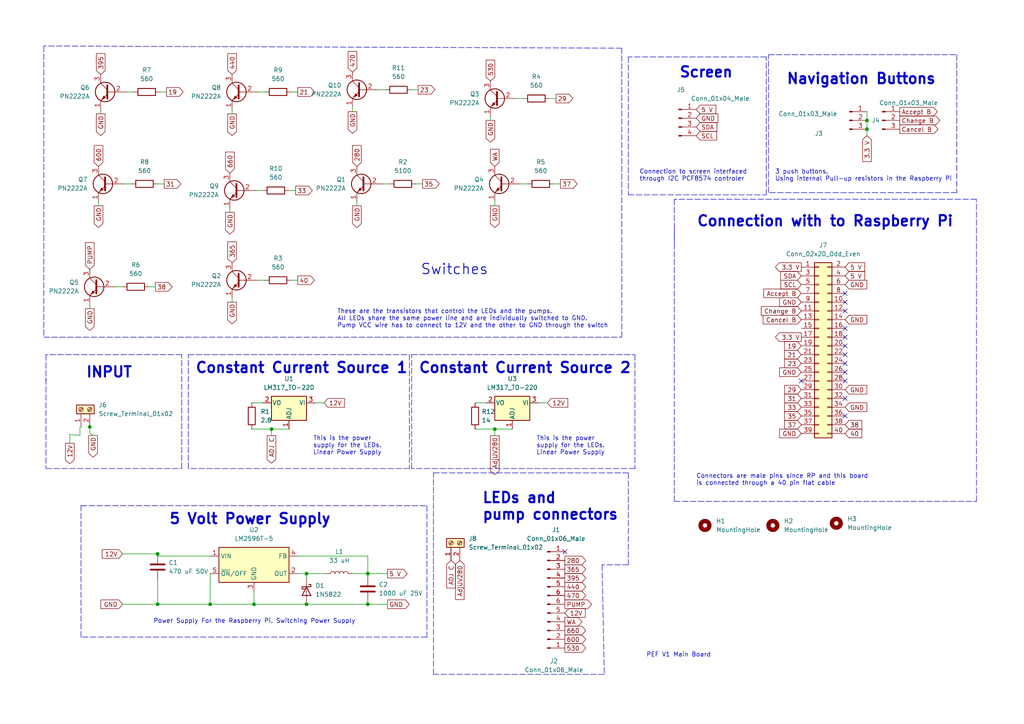
<source format=kicad_sch>
(kicad_sch (version 20250114) (generator "eeschema") (generator_version "9.0")
  (paper "A4")
  (lib_symbols
    (symbol "Connector:Conn_01x03_Male" (pin_names (offset 1.016) (hide yes))
      (property "Reference" "J" (at 0 5.08 0))
      (property "Value" "Conn_01x03_Male" (at 0 -5.08 0))
      (symbol "Conn_01x03_Male_1_1"
        (rectangle (start 0.8636 2.667) (end 0 2.413) (stroke (width 0.1524)) (fill (type outline)))
        (rectangle (start 0.8636 0.127) (end 0 -0.127) (stroke (width 0.1524)) (fill (type outline)))
        (rectangle (start 0.8636 -2.413) (end 0 -2.667) (stroke (width 0.1524)) (fill (type outline)))
        (polyline (pts (xy 1.27 2.54) (xy 0.8636 2.54)) (stroke (width 0.1524)))
        (polyline (pts (xy 1.27 0) (xy 0.8636 0)) (stroke (width 0.1524)))
        (polyline (pts (xy 1.27 -2.54) (xy 0.8636 -2.54)) (stroke (width 0.1524)))
        (pin passive line (at 5.08 2.54 180) (length 3.81) (name "Pin_1") (number "1"))
        (pin passive line (at 5.08 0 180) (length 3.81) (name "Pin_2") (number "2"))
        (pin passive line (at 5.08 -2.54 180) (length 3.81) (name "Pin_3") (number "3"))
      )
    )
    (symbol "Connector:Conn_01x04_Male" (pin_names (offset 1.016) (hide yes))
      (property "Reference" "J" (at 0 5.08 0))
      (property "Value" "Conn_01x04_Male" (at 0 -7.62 0))
      (symbol "Conn_01x04_Male_1_1"
        (rectangle (start 0.8636 2.667) (end 0 2.413) (stroke (width 0.1524)) (fill (type outline)))
        (rectangle (start 0.8636 0.127) (end 0 -0.127) (stroke (width 0.1524)) (fill (type outline)))
        (rectangle (start 0.8636 -2.413) (end 0 -2.667) (stroke (width 0.1524)) (fill (type outline)))
        (rectangle (start 0.8636 -4.953) (end 0 -5.207) (stroke (width 0.1524)) (fill (type outline)))
        (polyline (pts (xy 1.27 2.54) (xy 0.8636 2.54)) (stroke (width 0.1524)))
        (polyline (pts (xy 1.27 0) (xy 0.8636 0)) (stroke (width 0.1524)))
        (polyline (pts (xy 1.27 -2.54) (xy 0.8636 -2.54)) (stroke (width 0.1524)))
        (polyline (pts (xy 1.27 -5.08) (xy 0.8636 -5.08)) (stroke (width 0.1524)))
        (pin passive line (at 5.08 2.54 180) (length 3.81) (name "Pin_1") (number "1"))
        (pin passive line (at 5.08 0 180) (length 3.81) (name "Pin_2") (number "2"))
        (pin passive line (at 5.08 -2.54 180) (length 3.81) (name "Pin_3") (number "3"))
        (pin passive line (at 5.08 -5.08 180) (length 3.81) (name "Pin_4") (number "4"))
      )
    )
    (symbol "Connector:Conn_01x06_Male" (pin_names (offset 1.016) (hide yes))
      (property "Reference" "J" (at 0 7.62 0))
      (property "Value" "Conn_01x06_Male" (at 0 -10.16 0))
      (symbol "Conn_01x06_Male_1_1"
        (rectangle (start 0.8636 5.207) (end 0 4.953) (stroke (width 0.1524)) (fill (type outline)))
        (rectangle (start 0.8636 2.667) (end 0 2.413) (stroke (width 0.1524)) (fill (type outline)))
        (rectangle (start 0.8636 0.127) (end 0 -0.127) (stroke (width 0.1524)) (fill (type outline)))
        (rectangle (start 0.8636 -2.413) (end 0 -2.667) (stroke (width 0.1524)) (fill (type outline)))
        (rectangle (start 0.8636 -4.953) (end 0 -5.207) (stroke (width 0.1524)) (fill (type outline)))
        (rectangle (start 0.8636 -7.493) (end 0 -7.747) (stroke (width 0.1524)) (fill (type outline)))
        (polyline (pts (xy 1.27 5.08) (xy 0.8636 5.08)) (stroke (width 0.1524)))
        (polyline (pts (xy 1.27 2.54) (xy 0.8636 2.54)) (stroke (width 0.1524)))
        (polyline (pts (xy 1.27 0) (xy 0.8636 0)) (stroke (width 0.1524)))
        (polyline (pts (xy 1.27 -2.54) (xy 0.8636 -2.54)) (stroke (width 0.1524)))
        (polyline (pts (xy 1.27 -5.08) (xy 0.8636 -5.08)) (stroke (width 0.1524)))
        (polyline (pts (xy 1.27 -7.62) (xy 0.8636 -7.62)) (stroke (width 0.1524)))
        (pin passive line (at 5.08 5.08 180) (length 3.81) (name "Pin_1") (number "1"))
        (pin passive line (at 5.08 2.54 180) (length 3.81) (name "Pin_2") (number "2"))
        (pin passive line (at 5.08 0 180) (length 3.81) (name "Pin_3") (number "3"))
        (pin passive line (at 5.08 -2.54 180) (length 3.81) (name "Pin_4") (number "4"))
        (pin passive line (at 5.08 -5.08 180) (length 3.81) (name "Pin_5") (number "5"))
        (pin passive line (at 5.08 -7.62 180) (length 3.81) (name "Pin_6") (number "6"))
      )
    )
    (symbol "Connector:Screw_Terminal_01x02" (pin_names (offset 1.016) (hide yes))
      (property "Reference" "J" (at 0 2.54 0))
      (property "Value" "Screw_Terminal_01x02" (at 0 -5.08 0))
      (symbol "Screw_Terminal_01x02_1_1"
        (rectangle (start -1.27 1.27) (end 1.27 -3.81) (stroke (width 0.254)) (fill (type background)))
        (polyline (pts (xy -0.5334 0.3302) (xy 0.3302 -0.508)) (stroke (width 0.1524)))
        (polyline (pts (xy -0.5334 -2.2098) (xy 0.3302 -3.048)) (stroke (width 0.1524)))
        (polyline (pts (xy -0.3556 0.508) (xy 0.508 -0.3302)) (stroke (width 0.1524)))
        (polyline (pts (xy -0.3556 -2.032) (xy 0.508 -2.8702)) (stroke (width 0.1524)))
        (circle (center 0 0) (radius 0.635) (stroke (width 0.1524)))
        (circle (center 0 -2.54) (radius 0.635) (stroke (width 0.1524)))
        (pin passive line (at -5.08 0 0) (length 3.81) (name "Pin_1") (number "1"))
        (pin passive line (at -5.08 -2.54 0) (length 3.81) (name "Pin_2") (number "2"))
      )
    )
    (symbol "Connector_Generic:Conn_02x20_Odd_Even" (pin_names (offset 1.016) (hide yes))
      (property "Reference" "J" (at 1.27 25.4 0))
      (property "Value" "Conn_02x20_Odd_Even" (at 1.27 -27.94 0))
      (symbol "Conn_02x20_Odd_Even_1_1"
        (rectangle (start -1.27 24.13) (end 3.81 -26.67) (stroke (width 0.254)) (fill (type background)))
        (rectangle (start -1.27 22.987) (end 0 22.733) (stroke (width 0.1524)))
        (rectangle (start -1.27 20.447) (end 0 20.193) (stroke (width 0.1524)))
        (rectangle (start -1.27 17.907) (end 0 17.653) (stroke (width 0.1524)))
        (rectangle (start -1.27 15.367) (end 0 15.113) (stroke (width 0.1524)))
        (rectangle (start -1.27 12.827) (end 0 12.573) (stroke (width 0.1524)))
        (rectangle (start -1.27 10.287) (end 0 10.033) (stroke (width 0.1524)))
        (rectangle (start -1.27 7.747) (end 0 7.493) (stroke (width 0.1524)))
        (rectangle (start -1.27 5.207) (end 0 4.953) (stroke (width 0.1524)))
        (rectangle (start -1.27 2.667) (end 0 2.413) (stroke (width 0.1524)))
        (rectangle (start -1.27 0.127) (end 0 -0.127) (stroke (width 0.1524)))
        (rectangle (start -1.27 -2.413) (end 0 -2.667) (stroke (width 0.1524)))
        (rectangle (start -1.27 -4.953) (end 0 -5.207) (stroke (width 0.1524)))
        (rectangle (start -1.27 -7.493) (end 0 -7.747) (stroke (width 0.1524)))
        (rectangle (start -1.27 -10.033) (end 0 -10.287) (stroke (width 0.1524)))
        (rectangle (start -1.27 -12.573) (end 0 -12.827) (stroke (width 0.1524)))
        (rectangle (start -1.27 -15.113) (end 0 -15.367) (stroke (width 0.1524)))
        (rectangle (start -1.27 -17.653) (end 0 -17.907) (stroke (width 0.1524)))
        (rectangle (start -1.27 -20.193) (end 0 -20.447) (stroke (width 0.1524)))
        (rectangle (start -1.27 -22.733) (end 0 -22.987) (stroke (width 0.1524)))
        (rectangle (start -1.27 -25.273) (end 0 -25.527) (stroke (width 0.1524)))
        (rectangle (start 3.81 22.987) (end 2.54 22.733) (stroke (width 0.1524)))
        (rectangle (start 3.81 20.447) (end 2.54 20.193) (stroke (width 0.1524)))
        (rectangle (start 3.81 17.907) (end 2.54 17.653) (stroke (width 0.1524)))
        (rectangle (start 3.81 15.367) (end 2.54 15.113) (stroke (width 0.1524)))
        (rectangle (start 3.81 12.827) (end 2.54 12.573) (stroke (width 0.1524)))
        (rectangle (start 3.81 10.287) (end 2.54 10.033) (stroke (width 0.1524)))
        (rectangle (start 3.81 7.747) (end 2.54 7.493) (stroke (width 0.1524)))
        (rectangle (start 3.81 5.207) (end 2.54 4.953) (stroke (width 0.1524)))
        (rectangle (start 3.81 2.667) (end 2.54 2.413) (stroke (width 0.1524)))
        (rectangle (start 3.81 0.127) (end 2.54 -0.127) (stroke (width 0.1524)))
        (rectangle (start 3.81 -2.413) (end 2.54 -2.667) (stroke (width 0.1524)))
        (rectangle (start 3.81 -4.953) (end 2.54 -5.207) (stroke (width 0.1524)))
        (rectangle (start 3.81 -7.493) (end 2.54 -7.747) (stroke (width 0.1524)))
        (rectangle (start 3.81 -10.033) (end 2.54 -10.287) (stroke (width 0.1524)))
        (rectangle (start 3.81 -12.573) (end 2.54 -12.827) (stroke (width 0.1524)))
        (rectangle (start 3.81 -15.113) (end 2.54 -15.367) (stroke (width 0.1524)))
        (rectangle (start 3.81 -17.653) (end 2.54 -17.907) (stroke (width 0.1524)))
        (rectangle (start 3.81 -20.193) (end 2.54 -20.447) (stroke (width 0.1524)))
        (rectangle (start 3.81 -22.733) (end 2.54 -22.987) (stroke (width 0.1524)))
        (rectangle (start 3.81 -25.273) (end 2.54 -25.527) (stroke (width 0.1524)))
        (pin passive line (at -5.08 22.86 0) (length 3.81) (name "Pin_1") (number "1"))
        (pin passive line (at -5.08 20.32 0) (length 3.81) (name "Pin_3") (number "3"))
        (pin passive line (at -5.08 17.78 0) (length 3.81) (name "Pin_5") (number "5"))
        (pin passive line (at -5.08 15.24 0) (length 3.81) (name "Pin_7") (number "7"))
        (pin passive line (at -5.08 12.7 0) (length 3.81) (name "Pin_9") (number "9"))
        (pin passive line (at -5.08 10.16 0) (length 3.81) (name "Pin_11") (number "11"))
        (pin passive line (at -5.08 7.62 0) (length 3.81) (name "Pin_13") (number "13"))
        (pin passive line (at -5.08 5.08 0) (length 3.81) (name "Pin_15") (number "15"))
        (pin passive line (at -5.08 2.54 0) (length 3.81) (name "Pin_17") (number "17"))
        (pin passive line (at -5.08 0 0) (length 3.81) (name "Pin_19") (number "19"))
        (pin passive line (at -5.08 -2.54 0) (length 3.81) (name "Pin_21") (number "21"))
        (pin passive line (at -5.08 -5.08 0) (length 3.81) (name "Pin_23") (number "23"))
        (pin passive line (at -5.08 -7.62 0) (length 3.81) (name "Pin_25") (number "25"))
        (pin passive line (at -5.08 -10.16 0) (length 3.81) (name "Pin_27") (number "27"))
        (pin passive line (at -5.08 -12.7 0) (length 3.81) (name "Pin_29") (number "29"))
        (pin passive line (at -5.08 -15.24 0) (length 3.81) (name "Pin_31") (number "31"))
        (pin passive line (at -5.08 -17.78 0) (length 3.81) (name "Pin_33") (number "33"))
        (pin passive line (at -5.08 -20.32 0) (length 3.81) (name "Pin_35") (number "35"))
        (pin passive line (at -5.08 -22.86 0) (length 3.81) (name "Pin_37") (number "37"))
        (pin passive line (at -5.08 -25.4 0) (length 3.81) (name "Pin_39") (number "39"))
        (pin passive line (at 7.62 22.86 180) (length 3.81) (name "Pin_2") (number "2"))
        (pin passive line (at 7.62 20.32 180) (length 3.81) (name "Pin_4") (number "4"))
        (pin passive line (at 7.62 17.78 180) (length 3.81) (name "Pin_6") (number "6"))
        (pin passive line (at 7.62 15.24 180) (length 3.81) (name "Pin_8") (number "8"))
        (pin passive line (at 7.62 12.7 180) (length 3.81) (name "Pin_10") (number "10"))
        (pin passive line (at 7.62 10.16 180) (length 3.81) (name "Pin_12") (number "12"))
        (pin passive line (at 7.62 7.62 180) (length 3.81) (name "Pin_14") (number "14"))
        (pin passive line (at 7.62 5.08 180) (length 3.81) (name "Pin_16") (number "16"))
        (pin passive line (at 7.62 2.54 180) (length 3.81) (name "Pin_18") (number "18"))
        (pin passive line (at 7.62 0 180) (length 3.81) (name "Pin_20") (number "20"))
        (pin passive line (at 7.62 -2.54 180) (length 3.81) (name "Pin_22") (number "22"))
        (pin passive line (at 7.62 -5.08 180) (length 3.81) (name "Pin_24") (number "24"))
        (pin passive line (at 7.62 -7.62 180) (length 3.81) (name "Pin_26") (number "26"))
        (pin passive line (at 7.62 -10.16 180) (length 3.81) (name "Pin_28") (number "28"))
        (pin passive line (at 7.62 -12.7 180) (length 3.81) (name "Pin_30") (number "30"))
        (pin passive line (at 7.62 -15.24 180) (length 3.81) (name "Pin_32") (number "32"))
        (pin passive line (at 7.62 -17.78 180) (length 3.81) (name "Pin_34") (number "34"))
        (pin passive line (at 7.62 -20.32 180) (length 3.81) (name "Pin_36") (number "36"))
        (pin passive line (at 7.62 -22.86 180) (length 3.81) (name "Pin_38") (number "38"))
        (pin passive line (at 7.62 -25.4 180) (length 3.81) (name "Pin_40") (number "40"))
      )
    )
    (symbol "Device:C" (pin_numbers (hide yes)) (pin_names (offset 0.254))
      (property "Reference" "C" (at 0.635 2.54 0))
      (property "Value" "C" (at 0.635 -2.54 0))
      (symbol "C_0_1"
        (polyline (pts (xy -2.032 0.762) (xy 2.032 0.762)) (stroke (width 0.508)))
        (polyline (pts (xy -2.032 -0.762) (xy 2.032 -0.762)) (stroke (width 0.508)))
      )
      (symbol "C_1_1"
        (pin passive line (at 0 3.81 270) (length 2.794) (name "~") (number "1"))
        (pin passive line (at 0 -3.81 90) (length 2.794) (name "~") (number "2"))
      )
    )
    (symbol "Device:L" (pin_numbers (hide yes)) (pin_names (offset 1.016) (hide yes))
      (property "Reference" "L" (at -1.27 0 90))
      (property "Value" "L" (at 1.905 0 90))
      (symbol "L_0_1"
        (arc (start 0 2.54) (mid 0.6323 1.905) (end 0 1.27))
        (arc (start 0 1.27) (mid 0.6323 0.635) (end 0 0))
        (arc (start 0 0) (mid 0.6323 -0.635) (end 0 -1.27))
        (arc (start 0 -1.27) (mid 0.6323 -1.905) (end 0 -2.54))
      )
      (symbol "L_1_1"
        (pin passive line (at 0 3.81 270) (length 1.27) (name "1") (number "1"))
        (pin passive line (at 0 -3.81 90) (length 1.27) (name "2") (number "2"))
      )
    )
    (symbol "Device:R" (pin_numbers (hide yes)) (pin_names (offset 0))
      (property "Reference" "R" (at 2.032 0 90))
      (property "Value" "R" (at 0 0 90))
      (symbol "R_0_1"
        (rectangle (start -1.016 -2.54) (end 1.016 2.54) (stroke (width 0.254)))
      )
      (symbol "R_1_1"
        (pin passive line (at 0 3.81 270) (length 1.27) (name "~") (number "1"))
        (pin passive line (at 0 -3.81 90) (length 1.27) (name "~") (number "2"))
      )
    )
    (symbol "Diode:1N5822" (pin_numbers (hide yes)) (pin_names (offset 1.016) (hide yes))
      (property "Reference" "D" (at 0 2.54 0))
      (property "Value" "1N5822" (at 0 -2.54 0))
      (symbol "1N5822_0_1"
        (polyline (pts (xy -1.905 0.635) (xy -1.905 1.27) (xy -1.27 1.27) (xy -1.27 -1.27) (xy -0.635 -1.27) (xy -0.635 -0.635)) (stroke (width 0.254)))
        (polyline (pts (xy 1.27 1.27) (xy 1.27 -1.27) (xy -1.27 0) (xy 1.27 1.27)) (stroke (width 0.254)))
        (polyline (pts (xy 1.27 0) (xy -1.27 0)))
      )
      (symbol "1N5822_1_1"
        (pin passive line (at -3.81 0 0) (length 2.54) (name "K") (number "1"))
        (pin passive line (at 3.81 0 180) (length 2.54) (name "A") (number "2"))
      )
    )
    (symbol "Mechanical:MountingHole" (pin_names (offset 1.016))
      (property "Reference" "H" (at 0 5.08 0))
      (property "Value" "MountingHole" (at 0 3.175 0))
      (symbol "MountingHole_0_1"
        (circle (center 0 0) (radius 1.27) (stroke (width 1.27)))
      )
    )
    (symbol "Regulator_Linear:LM317_TO-220" (pin_names (offset 0.254))
      (property "Reference" "U" (at -3.81 3.175 0))
      (property "Value" "LM317_TO-220" (at 0 3.175 0))
      (symbol "LM317_TO-220_0_1"
        (rectangle (start -5.08 1.905) (end 5.08 -5.08) (stroke (width 0.254)) (fill (type background)))
      )
      (symbol "LM317_TO-220_1_1"
        (pin power_in line (at -7.62 0 0) (length 2.54) (name "VI") (number "3"))
        (pin input line (at 0 -7.62 90) (length 2.54) (name "ADJ") (number "1"))
        (pin power_out line (at 7.62 0 180) (length 2.54) (name "VO") (number "2"))
      )
    )
    (symbol "Regulator_Switching:LM2596T-5"
      (property "Reference" "U" (at -10.16 6.35 0))
      (property "Value" "LM2596T-5" (at 0 6.35 0))
      (symbol "LM2596T-5_0_1"
        (rectangle (start -10.16 5.08) (end 10.16 -5.08) (stroke (width 0.254)) (fill (type background)))
      )
      (symbol "LM2596T-5_1_1"
        (pin power_in line (at -12.7 2.54 0) (length 2.54) (name "VIN") (number "1"))
        (pin input line (at -12.7 -2.54 0) (length 2.54) (name "~{ON}/OFF") (number "5"))
        (pin power_in line (at 0 -7.62 90) (length 2.54) (name "GND") (number "3"))
        (pin input line (at 12.7 2.54 180) (length 2.54) (name "FB") (number "4"))
        (pin output line (at 12.7 -2.54 180) (length 2.54) (name "OUT") (number "2"))
      )
    )
    (symbol "Transistor_BJT:PN2222A" (pin_names (offset 0) (hide yes))
      (property "Reference" "Q" (at 5.08 1.905 0))
      (property "Value" "PN2222A" (at 5.08 0 0))
      (symbol "PN2222A_0_1"
        (polyline (pts (xy 0 0) (xy 0.635 0)))
        (polyline (pts (xy 0.635 1.905) (xy 0.635 -1.905) (xy 0.635 -1.905)) (stroke (width 0.508)))
        (polyline (pts (xy 1.143 -1.651) (xy 1.651 -1.143) (xy 2.159 -2.159) (xy 1.143 -1.651) (xy 1.143 -1.651)) (fill (type outline)))
        (circle (center 1.27 0) (radius 2.8194) (stroke (width 0.254)))
        (polyline (pts (xy 2.413 -2.413) (xy 1.905 -1.905) (xy 1.905 -1.905)))
        (polyline (pts (xy 2.54 2.54) (xy 0.635 0.635)))
        (polyline (pts (xy 2.54 -2.54) (xy 0.635 -0.635)))
      )
      (symbol "PN2222A_1_1"
        (pin input line (at -5.08 0 0) (length 5.08) (name "B") (number "2"))
        (pin passive line (at 2.54 5.08 270) (length 2.54) (name "C") (number "3"))
        (pin passive line (at 2.54 -5.08 90) (length 2.54) (name "E") (number "1"))
      )
    )
  )
  (text "PEF V1 Main Board" (at 196.85 189.992 0) (effects (font (size 1.27 1.27))))
  (text "Constant Current Source 1" (at 56.515 108.585 0) (effects (font (size 3 3) (thickness 0.6) (bold yes)) (justify left bottom)))
  (text "LEDs and \npump connectors" (at 139.7 151.13 0) (effects (font (size 3 3) (thickness 0.6) (bold yes)) (justify left bottom)))
  (text "Connection with to Raspberry Pi" (at 201.93 66.04 0) (effects (font (size 3 3) (thickness 0.6) (bold yes)) (justify left bottom)))
  (text "Power Supply For the Raspberry Pi. Switching Power Supply" (at 44.45 180.975 0) (effects (font (size 1.27 1.27)) (justify left bottom)))
  (text "5 Volt Power Supply" (at 48.895 152.4 0) (effects (font (size 3 3) (thickness 0.6) (bold yes)) (justify left bottom)))
  (text "Constant Current Source 2\n" (at 121.285 108.585 0) (effects (font (size 3 3) (thickness 0.6) (bold yes)) (justify left bottom)))
  (text "Screen" (at 196.85 22.86 0) (effects (font (size 3 3) (bold yes)) (justify left bottom)))
  (text "Connection to screen interfaced \nthrough I2C PCF8574 controler" (at 185.42 52.705 0) (effects (font (size 1.27 1.27)) (justify left bottom)))
  (text "3 push buttons. \nUsing internal Pull-up resistors in the Raspberry Pi" (at 224.79 52.705 0) (effects (font (size 1.27 1.27)) (justify left bottom)))
  (text "INPUT" (at 24.765 109.855 0) (effects (font (size 3 3) (bold yes)) (justify left bottom)))
  (text "These are the transistors that control the LEDs and the pumps.\nAll LEDs share the same power line and are individually switched to GND.\nPump VCC wire has to connect to 12V and the other to GND through the switch" (at 97.79 95.25 0) (effects (font (size 1.27 1.27)) (justify left bottom)))
  (text "Connectors are male pins since RP and this board\nis connected through a 40 pin flat cable" (at 201.93 140.97 0) (effects (font (size 1.27 1.27)) (justify left bottom)))
  (text "Switches" (at 121.92 80.01 0) (effects (font (size 3 3) (thickness 0.254) (bold yes)) (justify left bottom)))
  (text "Navigation Buttons" (at 227.965 24.765 0) (effects (font (size 3 3) (bold yes)) (justify left bottom)))
  (text "This is the power\nsupply for the LEDs.\nLinear Power Supply" (at 155.575 132.08 0) (effects (font (size 1.27 1.27)) (justify left bottom)))
  (text "This is the power\nsupply for the LEDs.\nLinear Power Supply" (at 90.805 132.08 0) (effects (font (size 1.27 1.27)) (justify left bottom)))
  (junction (at 106.68 175.26))
  (junction (at 143.51 124.46))
  (junction (at 26.035 123.825))
  (junction (at 78.74 124.46))
  (junction (at 45.72 175.26))
  (junction (at 45.72 160.655))
  (junction (at 73.66 175.26))
  (junction (at 88.9 166.37))
  (junction (at 60.96 175.26))
  (junction (at 106.68 166.37))
  (junction (at 251.46 34.925))
  (junction (at 88.9 175.26))
  (junction (at 251.46 37.465))
  (no_connect (at 245.11 100.33))
  (no_connect (at 245.11 105.41))
  (no_connect (at 245.11 107.95))
  (no_connect (at 245.11 110.49))
  (no_connect (at 245.11 115.57))
  (no_connect (at 245.11 120.65))
  (no_connect (at 245.11 102.87))
  (no_connect (at 232.41 110.49))
  (no_connect (at 163.83 160.02))
  (no_connect (at 245.11 85.09))
  (no_connect (at 245.11 87.63))
  (no_connect (at 245.11 90.17))
  (no_connect (at 245.11 95.25))
  (no_connect (at 245.11 97.79))
  (polyline (pts (xy 277.495 55.88) (xy 222.885 55.88)) (stroke (width 0) (type dash)))
  (wire (pts (xy 160.655 53.34) (xy 162.56 53.34)))
  (wire (pts (xy 66.675 60.325) (xy 66.675 61.595)))
  (polyline (pts (xy 180.34 13.97) (xy 12.7 13.335)) (stroke (width 0) (type dash)))
  (wire (pts (xy 73.025 116.84) (xy 76.2 116.84)))
  (polyline (pts (xy 182.245 16.51) (xy 182.245 56.515)) (stroke (width 0) (type dash)))
  (wire (pts (xy 73.66 175.26) (xy 88.9 175.26)))
  (polyline (pts (xy 195.58 57.785) (xy 195.58 70.485)) (stroke (width 0) (type dash)))
  (wire (pts (xy 23.1902 124.0282) (xy 23.495 123.825)))
  (polyline (pts (xy 52.705 135.89) (xy 52.705 102.87)) (stroke (width 0) (type dash)))
  (wire (pts (xy 67.31 31.75) (xy 67.31 33.02)))
  (polyline (pts (xy 118.745 102.87) (xy 118.745 135.89)) (stroke (width 0) (type dash)))
  (wire (pts (xy 106.68 166.37) (xy 106.68 167.005)))
  (polyline (pts (xy 222.25 16.51) (xy 182.245 16.51)) (stroke (width 0) (type dash)))
  (polyline (pts (xy 12.7 97.79) (xy 180.34 97.79)) (stroke (width 0) (type dash)))
  (wire (pts (xy 36.83 26.67) (xy 38.735 26.67)))
  (polyline (pts (xy 182.245 56.515) (xy 222.25 56.515)) (stroke (width 0) (type dash)))
  (wire (pts (xy 78.74 124.46) (xy 78.74 126.365)))
  (polyline (pts (xy 222.885 55.88) (xy 222.885 15.875)) (stroke (width 0) (type dash)))
  (polyline (pts (xy 180.34 97.79) (xy 180.34 13.97)) (stroke (width 0) (type dash)))
  (wire (pts (xy 74.93 26.67) (xy 76.835 26.67)))
  (wire (pts (xy 84.455 81.28) (xy 86.36 81.28)))
  (wire (pts (xy 143.51 124.46) (xy 148.59 124.46)))
  (wire (pts (xy 78.74 124.46) (xy 83.82 124.46)))
  (wire (pts (xy 84.455 26.67) (xy 86.36 26.67)))
  (wire (pts (xy 106.68 166.37) (xy 112.395 166.37)))
  (polyline (pts (xy 182.245 137.16) (xy 182.245 163.83)) (stroke (width 0) (type dash)))
  (wire (pts (xy 60.96 175.26) (xy 73.66 175.26)))
  (wire (pts (xy 45.72 168.275) (xy 45.72 175.26)))
  (wire (pts (xy 45.72 175.26) (xy 60.96 175.26)))
  (polyline (pts (xy 195.58 145.415) (xy 283.21 145.415)) (stroke (width 0) (type dash)))
  (polyline (pts (xy 182.245 163.83) (xy 174.625 163.83)) (stroke (width 0) (type dash)))
  (polyline (pts (xy 54.61 135.89) (xy 54.61 102.87)) (stroke (width 0) (type dash)))
  (wire (pts (xy 103.505 58.42) (xy 103.505 59.69)))
  (wire (pts (xy 35.56 160.655) (xy 45.72 160.655)))
  (wire (pts (xy 23.1902 126.2634) (xy 20.2692 126.0094)))
  (wire (pts (xy 88.9 175.26) (xy 106.68 175.26)))
  (polyline (pts (xy 52.705 102.87) (xy 13.335 102.87)) (stroke (width 0) (type dash)))
  (wire (pts (xy 251.46 32.385) (xy 251.46 34.925)))
  (polyline (pts (xy 283.21 145.415) (xy 283.21 57.785)) (stroke (width 0) (type dash)))
  (polyline (pts (xy 118.745 135.89) (xy 54.61 135.89)) (stroke (width 0) (type dash)))
  (polyline (pts (xy 184.15 135.89) (xy 119.38 135.89)) (stroke (width 0) (type dash)))
  (wire (pts (xy 26.035 123.825) (xy 26.035 125.5776)))
  (wire (pts (xy 60.96 161.29) (xy 45.72 161.29)))
  (wire (pts (xy 111.125 53.34) (xy 113.03 53.34)))
  (wire (pts (xy 43.18 83.185) (xy 45.085 83.185)))
  (wire (pts (xy 143.51 124.46) (xy 143.51 126.365)))
  (wire (pts (xy 74.93 81.28) (xy 76.835 81.28)))
  (polyline (pts (xy 54.61 102.87) (xy 118.745 102.87)) (stroke (width 0) (type dash)))
  (wire (pts (xy 143.51 58.42) (xy 143.51 59.69)))
  (wire (pts (xy 28.575 58.42) (xy 28.575 59.69)))
  (wire (pts (xy 45.72 53.34) (xy 47.625 53.34)))
  (polyline (pts (xy 13.335 102.87) (xy 13.335 110.49)) (stroke (width 0) (type dash)))
  (wire (pts (xy 29.21 31.75) (xy 29.21 33.02)))
  (wire (pts (xy 109.855 26.035) (xy 111.76 26.035)))
  (polyline (pts (xy 283.21 57.785) (xy 195.58 57.785)) (stroke (width 0) (type dash)))
  (polyline (pts (xy 119.38 135.89) (xy 119.38 102.87)) (stroke (width 0) (type dash)))
  (wire (pts (xy 73.025 124.46) (xy 78.74 124.46)))
  (wire (pts (xy 88.9 166.37) (xy 94.615 166.37)))
  (wire (pts (xy 26.035 125.5776) (xy 27.0002 126.2888)))
  (wire (pts (xy 137.795 124.46) (xy 143.51 124.46)))
  (polyline (pts (xy 174.625 163.83) (xy 175.26 195.58)) (stroke (width 0) (type dash)))
  (wire (pts (xy 26.035 123.7742) (xy 26.035 123.825)))
  (polyline (pts (xy 123.825 184.785) (xy 23.495 184.785)) (stroke (width 0) (type dash)))
  (wire (pts (xy 119.38 26.035) (xy 121.285 26.035)))
  (wire (pts (xy 67.31 86.36) (xy 67.31 87.63)))
  (polyline (pts (xy 12.7 13.335) (xy 12.7 97.79)) (stroke (width 0) (type dash)))
  (wire (pts (xy 106.68 175.26) (xy 112.395 175.26)))
  (wire (pts (xy 35.56 175.26) (xy 45.72 175.26)))
  (wire (pts (xy 159.385 28.575) (xy 161.29 28.575)))
  (wire (pts (xy 86.36 166.37) (xy 88.9 166.37)))
  (polyline (pts (xy 222.885 15.875) (xy 277.495 15.875)) (stroke (width 0) (type dash)))
  (wire (pts (xy 23.1902 124.0282) (xy 23.1902 126.2634)))
  (wire (pts (xy 74.295 55.245) (xy 76.2 55.245)))
  (polyline (pts (xy 195.58 66.04) (xy 195.58 145.415)) (stroke (width 0) (type dash)))
  (wire (pts (xy 149.86 28.575) (xy 151.765 28.575)))
  (polyline (pts (xy 125.73 137.16) (xy 182.245 137.16)) (stroke (width 0) (type dash)))
  (polyline (pts (xy 13.335 109.855) (xy 13.335 135.89)) (stroke (width 0) (type dash)))
  (wire (pts (xy 60.96 166.37) (xy 60.96 175.26)))
  (wire (pts (xy 106.68 161.29) (xy 86.36 161.29)))
  (polyline (pts (xy 23.495 146.685) (xy 25.4 146.685)) (stroke (width 0) (type dash)))
  (wire (pts (xy 33.655 83.185) (xy 35.56 83.185)))
  (polyline (pts (xy 13.335 135.89) (xy 52.705 135.89)) (stroke (width 0) (type dash)))
  (polyline (pts (xy 23.495 184.785) (xy 23.495 146.685)) (stroke (width 0) (type dash)))
  (wire (pts (xy 120.65 53.34) (xy 122.555 53.34)))
  (wire (pts (xy 151.13 53.34) (xy 153.035 53.34)))
  (polyline (pts (xy 23.495 146.685) (xy 123.825 146.685)) (stroke (width 0) (type dash)))
  (polyline (pts (xy 119.38 102.87) (xy 184.15 102.87)) (stroke (width 0) (type dash)))
  (wire (pts (xy 251.46 37.465) (xy 251.46 39.37)))
  (polyline (pts (xy 123.825 146.685) (xy 123.825 184.785)) (stroke (width 0) (type dash)))
  (wire (pts (xy 45.72 161.29) (xy 45.72 160.655)))
  (wire (pts (xy 20.2692 126.0094) (xy 20.2438 128.5748)))
  (polyline (pts (xy 125.73 195.58) (xy 125.73 137.16)) (stroke (width 0) (type dash)))
  (wire (pts (xy 102.235 31.115) (xy 102.235 32.385)))
  (wire (pts (xy 46.355 26.67) (xy 48.26 26.67)))
  (wire (pts (xy 88.9 167.64) (xy 88.9 166.37)))
  (wire (pts (xy 106.68 161.29) (xy 106.68 166.37)))
  (polyline (pts (xy 277.495 15.875) (xy 277.495 55.88)) (stroke (width 0) (type dash)))
  (polyline (pts (xy 184.15 102.87) (xy 184.15 135.89)) (stroke (width 0) (type dash)))
  (wire (pts (xy 36.195 53.34) (xy 38.1 53.34)))
  (polyline (pts (xy 175.26 195.58) (xy 125.73 195.58)) (stroke (width 0) (type dash)))
  (wire (pts (xy 102.235 166.37) (xy 106.68 166.37)))
  (wire (pts (xy 137.795 116.84) (xy 140.97 116.84)))
  (wire (pts (xy 156.21 116.84) (xy 158.75 116.84)))
  (wire (pts (xy 83.82 55.245) (xy 85.725 55.245)))
  (wire (pts (xy 26.035 88.265) (xy 26.035 89.535)))
  (wire (pts (xy 73.66 171.45) (xy 73.66 175.26)))
  (wire (pts (xy 106.68 174.625) (xy 106.68 175.26)))
  (polyline (pts (xy 222.25 56.515) (xy 222.25 16.51)) (stroke (width 0) (type dash)))
  (wire (pts (xy 91.44 116.84) (xy 93.98 116.84)))
  (wire (pts (xy 142.24 33.655) (xy 142.24 34.925)))
  (wire (pts (xy 251.46 34.925) (xy 251.46 37.465)))
  (global_label "280" (shape output) (at 163.83 162.56 0) (property "Intersheetrefs" "${INTERSHEET_REFS}" (effects (hide yes))))
  (global_label "19" (shape input) (at 232.41 100.33 180) (property "Intersheetrefs" "${INTERSHEET_REFS}" (effects (hide yes))))
  (global_label "Change B" (shape output) (at 260.985 34.925 0) (property "Intersheetrefs" "${INTERSHEET_REFS}" (effects (hide yes))))
  (global_label "5 V" (shape input) (at 201.93 31.75 0) (property "Intersheetrefs" "${INTERSHEET_REFS}" (effects (hide yes))))
  (global_label "GND" (shape input) (at 245.11 118.11 0) (property "Intersheetrefs" "${INTERSHEET_REFS}" (effects (hide yes))))
  (global_label "600" (shape input) (at 28.575 48.26 90) (property "Intersheetrefs" "${INTERSHEET_REFS}" (effects (hide yes))))
  (global_label "Cancel B" (shape input) (at 232.41 92.71 180) (property "Intersheetrefs" "${INTERSHEET_REFS}" (effects (hide yes))))
  (global_label "37" (shape output) (at 162.56 53.34 0) (property "Intersheetrefs" "${INTERSHEET_REFS}" (effects (hide yes))))
  (global_label "530" (shape input) (at 142.24 23.495 90) (property "Intersheetrefs" "${INTERSHEET_REFS}" (effects (hide yes))))
  (global_label "GND" (shape output) (at 29.21 33.02 270) (property "Intersheetrefs" "${INTERSHEET_REFS}" (effects (hide yes))))
  (global_label "5 V" (shape output) (at 112.395 166.37 0) (property "Intersheetrefs" "${INTERSHEET_REFS}" (effects (hide yes))))
  (global_label "38" (shape output) (at 45.085 83.185 0) (property "Intersheetrefs" "${INTERSHEET_REFS}" (effects (hide yes))))
  (global_label "GND" (shape output) (at 67.31 87.63 270) (property "Intersheetrefs" "${INTERSHEET_REFS}" (effects (hide yes))))
  (global_label "GND" (shape output) (at 102.235 32.385 270) (property "Intersheetrefs" "${INTERSHEET_REFS}" (effects (hide yes))))
  (global_label "40" (shape input) (at 245.11 125.73 0) (property "Intersheetrefs" "${INTERSHEET_REFS}" (effects (hide yes))))
  (global_label "395" (shape input) (at 29.21 21.59 90) (property "Intersheetrefs" "${INTERSHEET_REFS}" (effects (hide yes))))
  (global_label "31" (shape input) (at 232.41 115.57 180) (property "Intersheetrefs" "${INTERSHEET_REFS}" (effects (hide yes))))
  (global_label "Accept B" (shape output) (at 260.985 32.385 0) (property "Intersheetrefs" "${INTERSHEET_REFS}" (effects (hide yes))))
  (global_label "GND" (shape input) (at 232.41 107.95 180) (property "Intersheetrefs" "${INTERSHEET_REFS}" (effects (hide yes))))
  (global_label "21" (shape input) (at 232.41 102.87 180) (property "Intersheetrefs" "${INTERSHEET_REFS}" (effects (hide yes))))
  (global_label "GND" (shape output) (at 27.0002 126.2888 270) (property "Intersheetrefs" "${INTERSHEET_REFS}" (effects (hide yes))))
  (global_label "5 V" (shape input) (at 245.11 80.01 0) (property "Intersheetrefs" "${INTERSHEET_REFS}" (effects (hide yes))))
  (global_label "40" (shape output) (at 86.36 81.28 0) (property "Intersheetrefs" "${INTERSHEET_REFS}" (effects (hide yes))))
  (global_label "SDA" (shape input) (at 201.93 36.83 0) (property "Intersheetrefs" "${INTERSHEET_REFS}" (effects (hide yes))))
  (global_label "29" (shape input) (at 232.41 113.03 180) (property "Intersheetrefs" "${INTERSHEET_REFS}" (effects (hide yes))))
  (global_label "AdjUV280" (shape input) (at 133.35 162.56 270) (property "Intersheetrefs" "${INTERSHEET_REFS}" (effects (hide yes))))
  (global_label "12V" (shape input) (at 35.56 160.655 180) (property "Intersheetrefs" "${INTERSHEET_REFS}" (effects (hide yes))))
  (global_label "660" (shape output) (at 163.83 182.88 0) (property "Intersheetrefs" "${INTERSHEET_REFS}" (effects (hide yes))))
  (global_label "3.3 V" (shape input) (at 251.46 39.37 270) (property "Intersheetrefs" "${INTERSHEET_REFS}" (effects (hide yes))))
  (global_label "12V" (shape output) (at 20.2438 128.5748 270) (property "Intersheetrefs" "${INTERSHEET_REFS}" (effects (hide yes))))
  (global_label "600" (shape output) (at 163.83 185.42 0) (property "Intersheetrefs" "${INTERSHEET_REFS}" (effects (hide yes))))
  (global_label "GND" (shape output) (at 67.31 33.02 270) (property "Intersheetrefs" "${INTERSHEET_REFS}" (effects (hide yes))))
  (global_label "19" (shape output) (at 48.26 26.67 0) (property "Intersheetrefs" "${INTERSHEET_REFS}" (effects (hide yes))))
  (global_label "ADJ C" (shape output) (at 78.74 126.365 270) (property "Intersheetrefs" "${INTERSHEET_REFS}" (effects (hide yes))))
  (global_label "440" (shape output) (at 163.83 170.18 0) (property "Intersheetrefs" "${INTERSHEET_REFS}" (effects (hide yes))))
  (global_label "Accept B" (shape input) (at 232.41 85.09 180) (property "Intersheetrefs" "${INTERSHEET_REFS}" (effects (hide yes))))
  (global_label "470" (shape output) (at 163.83 172.72 0) (property "Intersheetrefs" "${INTERSHEET_REFS}" (effects (hide yes))))
  (global_label "SCL" (shape input) (at 201.93 39.37 0) (property "Intersheetrefs" "${INTERSHEET_REFS}" (effects (hide yes))))
  (global_label "GND" (shape input) (at 245.11 82.55 0) (property "Intersheetrefs" "${INTERSHEET_REFS}" (effects (hide yes))))
  (global_label "365" (shape input) (at 67.31 76.2 90) (property "Intersheetrefs" "${INTERSHEET_REFS}" (effects (hide yes))))
  (global_label "GND" (shape output) (at 143.51 59.69 270) (property "Intersheetrefs" "${INTERSHEET_REFS}" (effects (hide yes))))
  (global_label "3.3 V" (shape output) (at 232.41 97.79 180) (property "Intersheetrefs" "${INTERSHEET_REFS}" (effects (hide yes))))
  (global_label "SCL" (shape input) (at 232.41 82.55 180) (property "Intersheetrefs" "${INTERSHEET_REFS}" (effects (hide yes))))
  (global_label "35" (shape input) (at 232.41 120.65 180) (property "Intersheetrefs" "${INTERSHEET_REFS}" (effects (hide yes))))
  (global_label "AdjUV280" (shape output) (at 143.51 126.365 270) (property "Intersheetrefs" "${INTERSHEET_REFS}" (effects (hide yes))))
  (global_label "GND" (shape input) (at 232.41 125.73 180) (property "Intersheetrefs" "${INTERSHEET_REFS}" (effects (hide yes))))
  (global_label "33" (shape output) (at 85.725 55.245 0) (property "Intersheetrefs" "${INTERSHEET_REFS}" (effects (hide yes))))
  (global_label "12V" (shape input) (at 158.75 116.84 0) (property "Intersheetrefs" "${INTERSHEET_REFS}" (effects (hide yes))))
  (global_label "530" (shape output) (at 163.83 187.96 0) (property "Intersheetrefs" "${INTERSHEET_REFS}" (effects (hide yes))))
  (global_label "29" (shape output) (at 161.29 28.575 0) (property "Intersheetrefs" "${INTERSHEET_REFS}" (effects (hide yes))))
  (global_label "31" (shape output) (at 47.625 53.34 0) (property "Intersheetrefs" "${INTERSHEET_REFS}" (effects (hide yes))))
  (global_label "33" (shape input) (at 232.41 118.11 180) (property "Intersheetrefs" "${INTERSHEET_REFS}" (effects (hide yes))))
  (global_label "38" (shape input) (at 245.11 123.19 0) (property "Intersheetrefs" "${INTERSHEET_REFS}" (effects (hide yes))))
  (global_label "PUMP" (shape output) (at 163.83 175.26 0) (property "Intersheetrefs" "${INTERSHEET_REFS}" (effects (hide yes))))
  (global_label "Cancel B" (shape output) (at 260.985 37.465 0) (property "Intersheetrefs" "${INTERSHEET_REFS}" (effects (hide yes))))
  (global_label "WA" (shape input) (at 143.51 48.26 90) (property "Intersheetrefs" "${INTERSHEET_REFS}" (effects (hide yes))))
  (global_label "GND" (shape input) (at 232.41 87.63 180) (property "Intersheetrefs" "${INTERSHEET_REFS}" (effects (hide yes))))
  (global_label "23" (shape input) (at 232.41 105.41 180) (property "Intersheetrefs" "${INTERSHEET_REFS}" (effects (hide yes))))
  (global_label "WA" (shape output) (at 163.83 180.34 0) (property "Intersheetrefs" "${INTERSHEET_REFS}" (effects (hide yes))))
  (global_label "280" (shape input) (at 103.505 48.26 90) (property "Intersheetrefs" "${INTERSHEET_REFS}" (effects (hide yes))))
  (global_label "GND" (shape input) (at 245.11 92.71 0) (property "Intersheetrefs" "${INTERSHEET_REFS}" (effects (hide yes))))
  (global_label "PUMP" (shape input) (at 26.035 78.105 90) (property "Intersheetrefs" "${INTERSHEET_REFS}" (effects (hide yes))))
  (global_label "GND" (shape input) (at 201.93 34.29 0) (property "Intersheetrefs" "${INTERSHEET_REFS}" (effects (hide yes))))
  (global_label "GND" (shape output) (at 142.24 34.925 270) (property "Intersheetrefs" "${INTERSHEET_REFS}" (effects (hide yes))))
  (global_label "GND" (shape output) (at 26.035 89.535 270) (property "Intersheetrefs" "${INTERSHEET_REFS}" (effects (hide yes))))
  (global_label "ADJ C" (shape input) (at 130.81 162.56 270) (property "Intersheetrefs" "${INTERSHEET_REFS}" (effects (hide yes))))
  (global_label "470" (shape input) (at 102.235 20.955 90) (property "Intersheetrefs" "${INTERSHEET_REFS}" (effects (hide yes))))
  (global_label "23" (shape output) (at 121.285 26.035 0) (property "Intersheetrefs" "${INTERSHEET_REFS}" (effects (hide yes))))
  (global_label "Change B" (shape input) (at 232.41 90.17 180) (property "Intersheetrefs" "${INTERSHEET_REFS}" (effects (hide yes))))
  (global_label "GND" (shape output) (at 103.505 59.69 270) (property "Intersheetrefs" "${INTERSHEET_REFS}" (effects (hide yes))))
  (global_label "GND" (shape output) (at 66.675 61.595 270) (property "Intersheetrefs" "${INTERSHEET_REFS}" (effects (hide yes))))
  (global_label "395" (shape output) (at 163.83 167.64 0) (property "Intersheetrefs" "${INTERSHEET_REFS}" (effects (hide yes))))
  (global_label "GND" (shape output) (at 112.395 175.26 0) (property "Intersheetrefs" "${INTERSHEET_REFS}" (effects (hide yes))))
  (global_label "35" (shape output) (at 122.555 53.34 0) (property "Intersheetrefs" "${INTERSHEET_REFS}" (effects (hide yes))))
  (global_label "37" (shape input) (at 232.41 123.19 180) (property "Intersheetrefs" "${INTERSHEET_REFS}" (effects (hide yes))))
  (global_label "SDA" (shape input) (at 232.41 80.01 180) (property "Intersheetrefs" "${INTERSHEET_REFS}" (effects (hide yes))))
  (global_label "12V" (shape input) (at 93.98 116.84 0) (property "Intersheetrefs" "${INTERSHEET_REFS}" (effects (hide yes))))
  (global_label "12V" (shape input) (at 163.83 177.8 0) (property "Intersheetrefs" "${INTERSHEET_REFS}" (effects (hide yes))))
  (global_label "3.3 V" (shape output) (at 232.41 77.47 180) (property "Intersheetrefs" "${INTERSHEET_REFS}" (effects (hide yes))))
  (global_label "5 V" (shape input) (at 245.11 77.47 0) (property "Intersheetrefs" "${INTERSHEET_REFS}" (effects (hide yes))))
  (global_label "660" (shape input) (at 66.675 50.165 90) (property "Intersheetrefs" "${INTERSHEET_REFS}" (effects (hide yes))))
  (global_label "365" (shape output) (at 163.83 165.1 0) (property "Intersheetrefs" "${INTERSHEET_REFS}" (effects (hide yes))))
  (global_label "440" (shape input) (at 67.31 21.59 90) (property "Intersheetrefs" "${INTERSHEET_REFS}" (effects (hide yes))))
  (global_label "GND" (shape output) (at 28.575 59.69 270) (property "Intersheetrefs" "${INTERSHEET_REFS}" (effects (hide yes))))
  (global_label "21" (shape output) (at 86.36 26.67 0) (property "Intersheetrefs" "${INTERSHEET_REFS}" (effects (hide yes))))
  (global_label "GND" (shape input) (at 245.11 113.03 0) (property "Intersheetrefs" "${INTERSHEET_REFS}" (effects (hide yes))))
  (global_label "GND" (shape input) (at 35.56 175.26 180) (property "Intersheetrefs" "${INTERSHEET_REFS}" (effects (hide yes))))
  (symbol (lib_id "Connector:Conn_01x04_Male") (at 196.85 34.29 0) (unit 1)
    (property "Reference" "J5" (at 197.485 26.035 0))
    (property "Value" "Conn_01x04_Male" (at 208.915 28.575 0))
    (property "Footprint" "Connector_PinHeader_2.54mm:PinHeader_1x04_P2.54mm_Vertical" (effects (hide yes)))
  )
  (symbol (lib_id "Transistor_BJT:PN2222A") (at 146.05 53.34 0) (mirror y) (unit 1)
    (property "Reference" "Q4" (at 140.335 52.0699 0) (effects (justify left)))
    (property "Value" "PN2222A" (at 140.335 54.6099 0) (effects (justify left)))
    (property "Footprint" "Package_TO_SOT_THT:TO-92_Inline" (effects (hide yes)))
    (property "Datasheet" "https://www.onsemi.com/pub/Collateral/PN2222-D.PDF" (effects (hide yes)))
  )
  (symbol (lib_id "Connector:Conn_01x06_Male") (at 158.75 182.88 0) (mirror x) (unit 1)
    (property "Reference" "J2" (at 160.655 191.77 0))
    (property "Value" "Conn_01x06_Male" (at 160.655 194.31 0))
    (property "Footprint" "Connector_Phoenix_MSTB:PhoenixContact_MSTBA_2,5_6-G-5,08_1x06_P5.08mm_Horizontal" (effects (hide yes)))
  )
  (symbol (lib_id "Device:C") (at 106.68 170.815 0) (unit 1)
    (property "Reference" "C2" (at 109.855 169.5449 0) (effects (justify left)))
    (property "Value" "1000 uF 25V" (at 109.855 172.0849 0) (effects (justify left)))
    (property "Footprint" "Capacitor_THT:C_Radial_D8.0mm_H11.5mm_P3.50mm" (effects (hide yes)))
  )
  (symbol (lib_id "Device:R") (at 116.84 53.34 90) (unit 1)
    (property "Reference" "R2" (at 116.84 46.99 90))
    (property "Value" "5100" (at 116.84 49.53 90))
    (property "Footprint" "Resistor_THT:R_Axial_DIN0207_L6.3mm_D2.5mm_P10.16mm_Horizontal" (effects (hide yes)))
  )
  (symbol (lib_id "Device:R") (at 39.37 83.185 90) (unit 1)
    (property "Reference" "R6" (at 39.37 76.835 90))
    (property "Value" "560" (at 39.37 79.375 90))
    (property "Footprint" "Resistor_THT:R_Axial_DIN0207_L6.3mm_D2.5mm_P10.16mm_Horizontal" (effects (hide yes)))
  )
  (symbol (lib_id "Device:R") (at 41.91 53.34 90) (unit 1)
    (property "Reference" "R8" (at 41.91 46.99 90))
    (property "Value" "560" (at 41.91 49.53 90))
    (property "Footprint" "Resistor_THT:R_Axial_DIN0207_L6.3mm_D2.5mm_P10.16mm_Horizontal" (effects (hide yes)))
  )
  (symbol (lib_id "Transistor_BJT:PN2222A") (at 69.85 81.28 0) (mirror y) (unit 1)
    (property "Reference" "Q2" (at 64.135 80.0099 0) (effects (justify left)))
    (property "Value" "PN2222A" (at 64.135 82.5499 0) (effects (justify left)))
    (property "Footprint" "Package_TO_SOT_THT:TO-92_Inline" (effects (hide yes)))
    (property "Datasheet" "https://www.onsemi.com/pub/Collateral/PN2222-D.PDF" (effects (hide yes)))
  )
  (symbol (lib_id "Regulator_Linear:LM317_TO-220") (at 83.82 116.84 0) (mirror y) (unit 1)
    (property "Reference" "U1" (at 83.82 109.855 0))
    (property "Value" "LM317_TO-220" (at 83.82 112.395 0))
    (property "Footprint" "Package_TO_SOT_THT:TO-220-3_Vertical" (effects (hide yes)))
    (property "Datasheet" "http://www.ti.com/lit/ds/symlink/lm317.pdf" (effects (hide yes)))
  )
  (symbol (lib_id "Regulator_Switching:LM2596T-5") (at 73.66 163.83 0) (unit 1)
    (property "Reference" "U2" (at 73.66 153.67 0))
    (property "Value" "LM2596T-5" (at 73.66 156.21 0))
    (property "Footprint" "Package_TO_SOT_THT:TO-220-5_P3.4x3.7mm_StaggerOdd_Lead3.8mm_Vertical" (effects (hide yes)))
    (property "Datasheet" "http://www.ti.com/lit/ds/symlink/lm2596.pdf" (effects (hide yes)))
  )
  (symbol (lib_id "Transistor_BJT:PN2222A") (at 69.85 26.67 0) (mirror y) (unit 1)
    (property "Reference" "Q8" (at 64.135 25.3999 0) (effects (justify left)))
    (property "Value" "PN2222A" (at 64.135 27.9399 0) (effects (justify left)))
    (property "Footprint" "Package_TO_SOT_THT:TO-92_Inline" (effects (hide yes)))
    (property "Datasheet" "https://www.onsemi.com/pub/Collateral/PN2222-D.PDF" (effects (hide yes)))
  )
  (symbol (lib_id "Transistor_BJT:PN2222A") (at 106.045 53.34 0) (mirror y) (unit 1)
    (property "Reference" "Q1" (at 100.33 52.0699 0) (effects (justify left)))
    (property "Value" "PN2222A" (at 100.33 54.6099 0) (effects (justify left)))
    (property "Footprint" "Package_TO_SOT_THT:TO-92_Inline" (effects (hide yes)))
    (property "Datasheet" "https://www.onsemi.com/pub/Collateral/PN2222-D.PDF" (effects (hide yes)))
  )
  (symbol (lib_id "Device:R") (at 137.795 120.65 0) (unit 1)
    (property "Reference" "R12" (at 139.7 119.3799 0) (effects (justify left)))
    (property "Value" "14" (at 139.7 121.9199 0) (effects (justify left)))
    (property "Footprint" "Resistor_THT:R_Axial_DIN0207_L6.3mm_D2.5mm_P10.16mm_Horizontal" (effects (hide yes)))
  )
  (symbol (lib_id "Mechanical:MountingHole") (at 204.47 152.4 0) (unit 1)
    (property "Reference" "H1" (at 207.645 151.1299 0) (effects (justify left)))
    (property "Value" "MountingHole" (at 207.645 153.6699 0) (effects (justify left)))
    (property "Footprint" "MountingHole:MountingHole_5mm" (effects (hide yes)))
  )
  (symbol (lib_id "Device:R") (at 155.575 28.575 90) (unit 1)
    (property "Reference" "R4" (at 155.575 22.225 90))
    (property "Value" "560" (at 155.575 24.765 90))
    (property "Footprint" "Resistor_THT:R_Axial_DIN0207_L6.3mm_D2.5mm_P10.16mm_Horizontal" (effects (hide yes)))
  )
  (symbol (lib_id "Device:C") (at 45.72 164.465 0) (unit 1)
    (property "Reference" "C1" (at 48.895 163.1949 0) (effects (justify left)))
    (property "Value" "470 uF 50V" (at 48.895 165.7349 0) (effects (justify left)))
    (property "Footprint" "Capacitor_THT:C_Radial_D10.0mm_H20.0mm_P5.00mm" (effects (hide yes)))
  )
  (symbol (lib_id "Diode:1N5822") (at 88.9 171.45 270) (unit 1)
    (property "Reference" "D1" (at 91.44 169.8624 90) (effects (justify left)))
    (property "Value" "1N5822" (at 91.44 172.4024 90) (effects (justify left)))
    (property "Footprint" "Diode_THT:D_DO-201AD_P15.24mm_Horizontal" (effects (hide yes)))
    (property "Datasheet" "http://www.vishay.com/docs/88526/1n5820.pdf" (effects (hide yes)))
  )
  (symbol (lib_id "Transistor_BJT:PN2222A") (at 69.215 55.245 0) (mirror y) (unit 1)
    (property "Reference" "Q9" (at 63.5 53.9749 0) (effects (justify left)))
    (property "Value" "PN2222A" (at 63.5 56.5149 0) (effects (justify left)))
    (property "Footprint" "Package_TO_SOT_THT:TO-92_Inline" (effects (hide yes)))
    (property "Datasheet" "https://www.onsemi.com/pub/Collateral/PN2222-D.PDF" (effects (hide yes)))
  )
  (symbol (lib_id "Connector:Conn_01x06_Male") (at 158.75 165.1 0) (unit 1)
    (property "Reference" "J1" (at 161.29 153.67 0))
    (property "Value" "Conn_01x06_Male" (at 161.29 156.21 0))
    (property "Footprint" "Connector_Phoenix_MSTB:PhoenixContact_MSTBA_2,5_6-G-5,08_1x06_P5.08mm_Horizontal" (effects (hide yes)))
  )
  (symbol (lib_id "Connector:Screw_Terminal_01x02") (at 130.81 157.48 90) (unit 1)
    (property "Reference" "J8" (at 135.89 156.2099 90) (effects (justify right)))
    (property "Value" "Screw_Terminal_01x02" (at 135.89 158.7499 90) (effects (justify right)))
    (property "Footprint" "TerminalBlock_Phoenix:TerminalBlock_Phoenix_MKDS-1,5-2_1x02_P5.00mm_Horizontal" (effects (hide yes)))
  )
  (symbol (lib_id "Transistor_BJT:PN2222A") (at 31.115 53.34 0) (mirror y) (unit 1)
    (property "Reference" "Q7" (at 25.4 52.0699 0) (effects (justify left)))
    (property "Value" "PN2222A" (at 25.4 54.6099 0) (effects (justify left)))
    (property "Footprint" "Package_TO_SOT_THT:TO-92_Inline" (effects (hide yes)))
    (property "Datasheet" "https://www.onsemi.com/pub/Collateral/PN2222-D.PDF" (effects (hide yes)))
  )
  (symbol (lib_id "Device:R") (at 115.57 26.035 90) (unit 1)
    (property "Reference" "R11" (at 115.57 19.685 90))
    (property "Value" "560" (at 115.57 22.225 90))
    (property "Footprint" "Resistor_THT:R_Axial_DIN0207_L6.3mm_D2.5mm_P10.16mm_Horizontal" (effects (hide yes)))
  )
  (symbol (lib_id "Device:R") (at 80.645 81.28 90) (unit 1)
    (property "Reference" "R3" (at 80.645 74.93 90))
    (property "Value" "560" (at 80.645 77.47 90))
    (property "Footprint" "Resistor_THT:R_Axial_DIN0207_L6.3mm_D2.5mm_P10.16mm_Horizontal" (effects (hide yes)))
  )
  (symbol (lib_id "Connector:Conn_01x03_Male") (at 255.905 34.925 0) (unit 1)
    (property "Reference" "J4" (at 254 34.925 0))
    (property "Value" "Conn_01x03_Male" (at 263.525 29.845 0))
    (property "Footprint" "Connector_PinHeader_2.54mm:PinHeader_1x03_P2.54mm_Vertical" (effects (hide yes)))
  )
  (symbol (lib_id "Device:L") (at 98.425 166.37 90) (unit 1)
    (property "Reference" "L1" (at 98.425 160.02 90))
    (property "Value" "33 uH" (at 98.425 162.56 90))
    (property "Footprint" "Inductor_THT:L_Radial_D7.2mm_P3.00mm_Murata_1700" (effects (hide yes)))
  )
  (symbol (lib_id "Mechanical:MountingHole") (at 242.57 151.765 0) (unit 1)
    (property "Reference" "H3" (at 245.745 150.4949 0) (effects (justify left)))
    (property "Value" "MountingHole" (at 245.745 153.0349 0) (effects (justify left)))
    (property "Footprint" "MountingHole:MountingHole_5mm" (effects (hide yes)))
  )
  (symbol (lib_id "Connector:Conn_01x03_Male") (at 246.38 34.925 0) (unit 1)
    (property "Reference" "J3" (at 237.49 38.735 0))
    (property "Value" "Conn_01x03_Male" (at 234.315 33.02 0))
    (property "Footprint" "Connector_PinHeader_2.54mm:PinHeader_1x03_P2.54mm_Vertical" (effects (hide yes)))
  )
  (symbol (lib_id "Device:R") (at 80.01 55.245 90) (unit 1)
    (property "Reference" "R10" (at 80.01 48.895 90))
    (property "Value" "560" (at 80.01 51.435 90))
    (property "Footprint" "Resistor_THT:R_Axial_DIN0207_L6.3mm_D2.5mm_P10.16mm_Horizontal" (effects (hide yes)))
  )
  (symbol (lib_id "Transistor_BJT:PN2222A") (at 28.575 83.185 0) (mirror y) (unit 1)
    (property "Reference" "Q5" (at 22.86 81.9149 0) (effects (justify left)))
    (property "Value" "PN2222A" (at 22.86 84.4549 0) (effects (justify left)))
    (property "Footprint" "Package_TO_SOT_THT:TO-92_Inline" (effects (hide yes)))
    (property "Datasheet" "https://www.onsemi.com/pub/Collateral/PN2222-D.PDF" (effects (hide yes)))
  )
  (symbol (lib_id "Mechanical:MountingHole") (at 224.155 152.4 0) (unit 1)
    (property "Reference" "H2" (at 227.33 151.1299 0) (effects (justify left)))
    (property "Value" "MountingHole" (at 227.33 153.6699 0) (effects (justify left)))
    (property "Footprint" "MountingHole:MountingHole_5mm" (effects (hide yes)))
  )
  (symbol (lib_id "Connector:Screw_Terminal_01x02") (at 23.495 118.745 90) (unit 1)
    (property "Reference" "J6" (at 28.575 117.4749 90) (effects (justify right)))
    (property "Value" "Screw_Terminal_01x02" (at 28.575 120.0149 90) (effects (justify right)))
    (property "Footprint" "TerminalBlock_Phoenix:TerminalBlock_Phoenix_MKDS-1,5-2_1x02_P5.00mm_Horizontal" (effects (hide yes)))
  )
  (symbol (lib_id "Regulator_Linear:LM317_TO-220") (at 148.59 116.84 0) (mirror y) (unit 1)
    (property "Reference" "U3" (at 148.59 109.855 0))
    (property "Value" "LM317_TO-220" (at 148.59 112.395 0))
    (property "Footprint" "Package_TO_SOT_THT:TO-220-3_Vertical" (effects (hide yes)))
    (property "Datasheet" "http://www.ti.com/lit/ds/symlink/lm317.pdf" (effects (hide yes)))
  )
  (symbol (lib_id "Connector_Generic:Conn_02x20_Odd_Even") (at 237.49 100.33 0) (unit 1)
    (property "Reference" "J7" (at 238.76 71.12 0))
    (property "Value" "Conn_02x20_Odd_Even" (at 238.76 73.66 0))
    (property "Footprint" "Connector_PinHeader_2.54mm:PinHeader_2x20_P2.54mm_Vertical" (effects (hide yes)))
  )
  (symbol (lib_id "Transistor_BJT:PN2222A") (at 31.75 26.67 0) (mirror y) (unit 1)
    (property "Reference" "Q6" (at 26.035 25.3999 0) (effects (justify left)))
    (property "Value" "PN2222A" (at 26.035 27.9399 0) (effects (justify left)))
    (property "Footprint" "Package_TO_SOT_THT:TO-92_Inline" (effects (hide yes)))
    (property "Datasheet" "https://www.onsemi.com/pub/Collateral/PN2222-D.PDF" (effects (hide yes)))
  )
  (symbol (lib_id "Transistor_BJT:PN2222A") (at 104.775 26.035 0) (mirror y) (unit 1)
    (property "Reference" "Q10" (at 99.06 24.7649 0) (effects (justify left)))
    (property "Value" "PN2222A" (at 99.06 27.3049 0) (effects (justify left)))
    (property "Footprint" "Package_TO_SOT_THT:TO-92_Inline" (effects (hide yes)))
    (property "Datasheet" "https://www.onsemi.com/pub/Collateral/PN2222-D.PDF" (effects (hide yes)))
  )
  (symbol (lib_id "Device:R") (at 42.545 26.67 90) (unit 1)
    (property "Reference" "R7" (at 42.545 20.32 90))
    (property "Value" "560" (at 42.545 22.86 90))
    (property "Footprint" "Resistor_THT:R_Axial_DIN0207_L6.3mm_D2.5mm_P10.16mm_Horizontal" (effects (hide yes)))
  )
  (symbol (lib_id "Device:R") (at 80.645 26.67 90) (unit 1)
    (property "Reference" "R9" (at 80.645 20.32 90))
    (property "Value" "560" (at 80.645 22.86 90))
    (property "Footprint" "Resistor_THT:R_Axial_DIN0207_L6.3mm_D2.5mm_P10.16mm_Horizontal" (effects (hide yes)))
  )
  (symbol (lib_id "Device:R") (at 156.845 53.34 90) (unit 1)
    (property "Reference" "R5" (at 156.845 46.99 90))
    (property "Value" "560" (at 156.845 49.53 90))
    (property "Footprint" "Resistor_THT:R_Axial_DIN0207_L6.3mm_D2.5mm_P10.16mm_Horizontal" (effects (hide yes)))
  )
  (symbol (lib_id "Transistor_BJT:PN2222A") (at 144.78 28.575 0) (mirror y) (unit 1)
    (property "Reference" "Q3" (at 139.065 27.3049 0) (effects (justify left)))
    (property "Value" "PN2222A" (at 139.065 29.8449 0) (effects (justify left)))
    (property "Footprint" "Package_TO_SOT_THT:TO-92_Inline" (effects (hide yes)))
    (property "Datasheet" "https://www.onsemi.com/pub/Collateral/PN2222-D.PDF" (effects (hide yes)))
  )
  (symbol (lib_id "Device:R") (at 73.025 120.65 0) (unit 1)
    (property "Reference" "R1" (at 75.565 119.3799 0) (effects (justify left)))
    (property "Value" "2.8" (at 75.565 121.9199 0) (effects (justify left)))
    (property "Footprint" "Resistor_THT:R_Axial_DIN0207_L6.3mm_D2.5mm_P10.16mm_Horizontal" (effects (hide yes)))
  )
)
</source>
